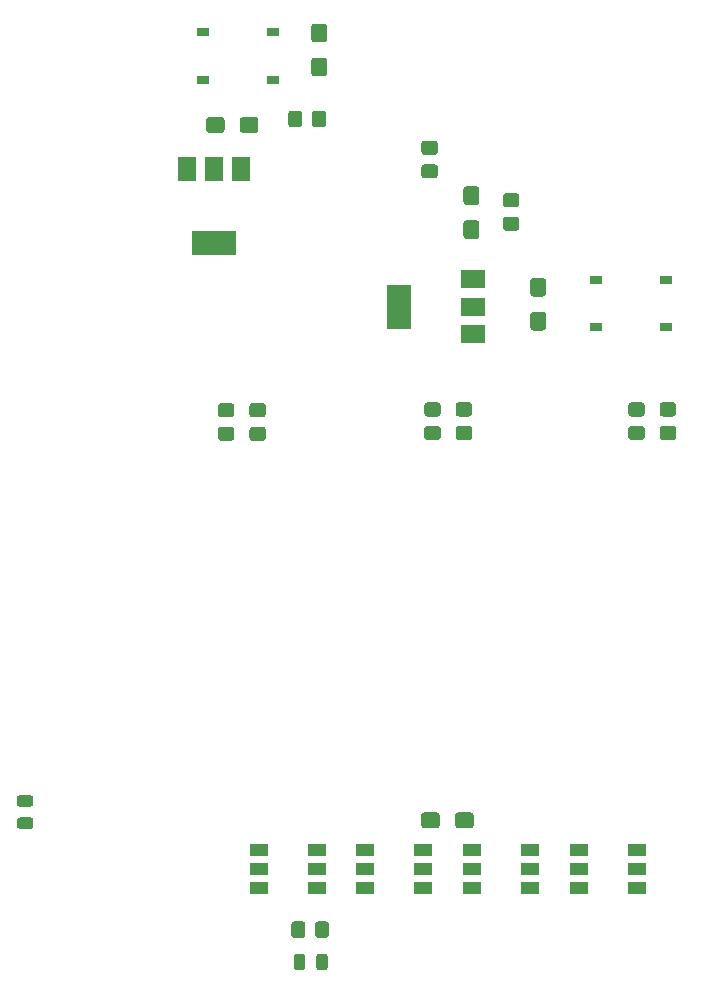
<source format=gbr>
%TF.GenerationSoftware,KiCad,Pcbnew,5.1.9*%
%TF.CreationDate,2021-02-19T00:33:09+01:00*%
%TF.ProjectId,klingel,6b6c696e-6765-46c2-9e6b-696361645f70,rev?*%
%TF.SameCoordinates,Original*%
%TF.FileFunction,Paste,Top*%
%TF.FilePolarity,Positive*%
%FSLAX46Y46*%
G04 Gerber Fmt 4.6, Leading zero omitted, Abs format (unit mm)*
G04 Created by KiCad (PCBNEW 5.1.9) date 2021-02-19 00:33:09*
%MOMM*%
%LPD*%
G01*
G04 APERTURE LIST*
%ADD10R,1.500000X2.000000*%
%ADD11R,3.800000X2.000000*%
%ADD12R,2.000000X1.500000*%
%ADD13R,2.000000X3.800000*%
%ADD14R,1.500000X1.000000*%
%ADD15R,1.000000X0.700000*%
G04 APERTURE END LIST*
%TO.C,R12*%
G36*
G01*
X98049999Y-63650000D02*
X98950001Y-63650000D01*
G75*
G02*
X99200000Y-63899999I0J-249999D01*
G01*
X99200000Y-64600001D01*
G75*
G02*
X98950001Y-64850000I-249999J0D01*
G01*
X98049999Y-64850000D01*
G75*
G02*
X97800000Y-64600001I0J249999D01*
G01*
X97800000Y-63899999D01*
G75*
G02*
X98049999Y-63650000I249999J0D01*
G01*
G37*
G36*
G01*
X98049999Y-61650000D02*
X98950001Y-61650000D01*
G75*
G02*
X99200000Y-61899999I0J-249999D01*
G01*
X99200000Y-62600001D01*
G75*
G02*
X98950001Y-62850000I-249999J0D01*
G01*
X98049999Y-62850000D01*
G75*
G02*
X97800000Y-62600001I0J249999D01*
G01*
X97800000Y-61899999D01*
G75*
G02*
X98049999Y-61650000I249999J0D01*
G01*
G37*
%TD*%
%TO.C,D11*%
G36*
G01*
X64706250Y-118050000D02*
X63793750Y-118050000D01*
G75*
G02*
X63550000Y-117806250I0J243750D01*
G01*
X63550000Y-117318750D01*
G75*
G02*
X63793750Y-117075000I243750J0D01*
G01*
X64706250Y-117075000D01*
G75*
G02*
X64950000Y-117318750I0J-243750D01*
G01*
X64950000Y-117806250D01*
G75*
G02*
X64706250Y-118050000I-243750J0D01*
G01*
G37*
G36*
G01*
X64706250Y-119925000D02*
X63793750Y-119925000D01*
G75*
G02*
X63550000Y-119681250I0J243750D01*
G01*
X63550000Y-119193750D01*
G75*
G02*
X63793750Y-118950000I243750J0D01*
G01*
X64706250Y-118950000D01*
G75*
G02*
X64950000Y-119193750I0J-243750D01*
G01*
X64950000Y-119681250D01*
G75*
G02*
X64706250Y-119925000I-243750J0D01*
G01*
G37*
%TD*%
%TO.C,C5*%
G36*
G01*
X99362500Y-118764499D02*
X99362500Y-119614501D01*
G75*
G02*
X99112501Y-119864500I-249999J0D01*
G01*
X98037499Y-119864500D01*
G75*
G02*
X97787500Y-119614501I0J249999D01*
G01*
X97787500Y-118764499D01*
G75*
G02*
X98037499Y-118514500I249999J0D01*
G01*
X99112501Y-118514500D01*
G75*
G02*
X99362500Y-118764499I0J-249999D01*
G01*
G37*
G36*
G01*
X102237500Y-118764499D02*
X102237500Y-119614501D01*
G75*
G02*
X101987501Y-119864500I-249999J0D01*
G01*
X100912499Y-119864500D01*
G75*
G02*
X100662500Y-119614501I0J249999D01*
G01*
X100662500Y-118764499D01*
G75*
G02*
X100912499Y-118514500I249999J0D01*
G01*
X101987501Y-118514500D01*
G75*
G02*
X102237500Y-118764499I0J-249999D01*
G01*
G37*
%TD*%
%TO.C,C4*%
G36*
G01*
X82438000Y-60750001D02*
X82438000Y-59899999D01*
G75*
G02*
X82687999Y-59650000I249999J0D01*
G01*
X83763001Y-59650000D01*
G75*
G02*
X84013000Y-59899999I0J-249999D01*
G01*
X84013000Y-60750001D01*
G75*
G02*
X83763001Y-61000000I-249999J0D01*
G01*
X82687999Y-61000000D01*
G75*
G02*
X82438000Y-60750001I0J249999D01*
G01*
G37*
G36*
G01*
X79563000Y-60750001D02*
X79563000Y-59899999D01*
G75*
G02*
X79812999Y-59650000I249999J0D01*
G01*
X80888001Y-59650000D01*
G75*
G02*
X81138000Y-59899999I0J-249999D01*
G01*
X81138000Y-60750001D01*
G75*
G02*
X80888001Y-61000000I-249999J0D01*
G01*
X79812999Y-61000000D01*
G75*
G02*
X79563000Y-60750001I0J249999D01*
G01*
G37*
%TD*%
%TO.C,C3*%
G36*
G01*
X102469501Y-67104500D02*
X101619499Y-67104500D01*
G75*
G02*
X101369500Y-66854501I0J249999D01*
G01*
X101369500Y-65779499D01*
G75*
G02*
X101619499Y-65529500I249999J0D01*
G01*
X102469501Y-65529500D01*
G75*
G02*
X102719500Y-65779499I0J-249999D01*
G01*
X102719500Y-66854501D01*
G75*
G02*
X102469501Y-67104500I-249999J0D01*
G01*
G37*
G36*
G01*
X102469501Y-69979500D02*
X101619499Y-69979500D01*
G75*
G02*
X101369500Y-69729501I0J249999D01*
G01*
X101369500Y-68654499D01*
G75*
G02*
X101619499Y-68404500I249999J0D01*
G01*
X102469501Y-68404500D01*
G75*
G02*
X102719500Y-68654499I0J-249999D01*
G01*
X102719500Y-69729501D01*
G75*
G02*
X102469501Y-69979500I-249999J0D01*
G01*
G37*
%TD*%
%TO.C,C2*%
G36*
G01*
X89579001Y-53325000D02*
X88728999Y-53325000D01*
G75*
G02*
X88479000Y-53075001I0J249999D01*
G01*
X88479000Y-51999999D01*
G75*
G02*
X88728999Y-51750000I249999J0D01*
G01*
X89579001Y-51750000D01*
G75*
G02*
X89829000Y-51999999I0J-249999D01*
G01*
X89829000Y-53075001D01*
G75*
G02*
X89579001Y-53325000I-249999J0D01*
G01*
G37*
G36*
G01*
X89579001Y-56200000D02*
X88728999Y-56200000D01*
G75*
G02*
X88479000Y-55950001I0J249999D01*
G01*
X88479000Y-54874999D01*
G75*
G02*
X88728999Y-54625000I249999J0D01*
G01*
X89579001Y-54625000D01*
G75*
G02*
X89829000Y-54874999I0J-249999D01*
G01*
X89829000Y-55950001D01*
G75*
G02*
X89579001Y-56200000I-249999J0D01*
G01*
G37*
%TD*%
%TO.C,C1*%
G36*
G01*
X107270999Y-76151500D02*
X108121001Y-76151500D01*
G75*
G02*
X108371000Y-76401499I0J-249999D01*
G01*
X108371000Y-77476501D01*
G75*
G02*
X108121001Y-77726500I-249999J0D01*
G01*
X107270999Y-77726500D01*
G75*
G02*
X107021000Y-77476501I0J249999D01*
G01*
X107021000Y-76401499D01*
G75*
G02*
X107270999Y-76151500I249999J0D01*
G01*
G37*
G36*
G01*
X107270999Y-73276500D02*
X108121001Y-73276500D01*
G75*
G02*
X108371000Y-73526499I0J-249999D01*
G01*
X108371000Y-74601501D01*
G75*
G02*
X108121001Y-74851500I-249999J0D01*
G01*
X107270999Y-74851500D01*
G75*
G02*
X107021000Y-74601501I0J249999D01*
G01*
X107021000Y-73526499D01*
G75*
G02*
X107270999Y-73276500I249999J0D01*
G01*
G37*
%TD*%
D10*
%TO.C,U2*%
X82564000Y-64033000D03*
X77964000Y-64033000D03*
X80264000Y-64033000D03*
D11*
X80264000Y-70333000D03*
%TD*%
D12*
%TO.C,U1*%
X102210000Y-77992000D03*
X102210000Y-73392000D03*
X102210000Y-75692000D03*
D13*
X95910000Y-75692000D03*
%TD*%
%TO.C,R9*%
G36*
G01*
X87992000Y-128010499D02*
X87992000Y-128910501D01*
G75*
G02*
X87742001Y-129160500I-249999J0D01*
G01*
X87041999Y-129160500D01*
G75*
G02*
X86792000Y-128910501I0J249999D01*
G01*
X86792000Y-128010499D01*
G75*
G02*
X87041999Y-127760500I249999J0D01*
G01*
X87742001Y-127760500D01*
G75*
G02*
X87992000Y-128010499I0J-249999D01*
G01*
G37*
G36*
G01*
X89992000Y-128010499D02*
X89992000Y-128910501D01*
G75*
G02*
X89742001Y-129160500I-249999J0D01*
G01*
X89041999Y-129160500D01*
G75*
G02*
X88792000Y-128910501I0J249999D01*
G01*
X88792000Y-128010499D01*
G75*
G02*
X89041999Y-127760500I249999J0D01*
G01*
X89742001Y-127760500D01*
G75*
G02*
X89992000Y-128010499I0J-249999D01*
G01*
G37*
%TD*%
%TO.C,R8*%
G36*
G01*
X83496999Y-85871000D02*
X84397001Y-85871000D01*
G75*
G02*
X84647000Y-86120999I0J-249999D01*
G01*
X84647000Y-86821001D01*
G75*
G02*
X84397001Y-87071000I-249999J0D01*
G01*
X83496999Y-87071000D01*
G75*
G02*
X83247000Y-86821001I0J249999D01*
G01*
X83247000Y-86120999D01*
G75*
G02*
X83496999Y-85871000I249999J0D01*
G01*
G37*
G36*
G01*
X83496999Y-83871000D02*
X84397001Y-83871000D01*
G75*
G02*
X84647000Y-84120999I0J-249999D01*
G01*
X84647000Y-84821001D01*
G75*
G02*
X84397001Y-85071000I-249999J0D01*
G01*
X83496999Y-85071000D01*
G75*
G02*
X83247000Y-84821001I0J249999D01*
G01*
X83247000Y-84120999D01*
G75*
G02*
X83496999Y-83871000I249999J0D01*
G01*
G37*
%TD*%
%TO.C,R7*%
G36*
G01*
X99192501Y-85007500D02*
X98292499Y-85007500D01*
G75*
G02*
X98042500Y-84757501I0J249999D01*
G01*
X98042500Y-84057499D01*
G75*
G02*
X98292499Y-83807500I249999J0D01*
G01*
X99192501Y-83807500D01*
G75*
G02*
X99442500Y-84057499I0J-249999D01*
G01*
X99442500Y-84757501D01*
G75*
G02*
X99192501Y-85007500I-249999J0D01*
G01*
G37*
G36*
G01*
X99192501Y-87007500D02*
X98292499Y-87007500D01*
G75*
G02*
X98042500Y-86757501I0J249999D01*
G01*
X98042500Y-86057499D01*
G75*
G02*
X98292499Y-85807500I249999J0D01*
G01*
X99192501Y-85807500D01*
G75*
G02*
X99442500Y-86057499I0J-249999D01*
G01*
X99442500Y-86757501D01*
G75*
G02*
X99192501Y-87007500I-249999J0D01*
G01*
G37*
%TD*%
%TO.C,R6*%
G36*
G01*
X88538000Y-60267001D02*
X88538000Y-59366999D01*
G75*
G02*
X88787999Y-59117000I249999J0D01*
G01*
X89488001Y-59117000D01*
G75*
G02*
X89738000Y-59366999I0J-249999D01*
G01*
X89738000Y-60267001D01*
G75*
G02*
X89488001Y-60517000I-249999J0D01*
G01*
X88787999Y-60517000D01*
G75*
G02*
X88538000Y-60267001I0J249999D01*
G01*
G37*
G36*
G01*
X86538000Y-60267001D02*
X86538000Y-59366999D01*
G75*
G02*
X86787999Y-59117000I249999J0D01*
G01*
X87488001Y-59117000D01*
G75*
G02*
X87738000Y-59366999I0J-249999D01*
G01*
X87738000Y-60267001D01*
G75*
G02*
X87488001Y-60517000I-249999J0D01*
G01*
X86787999Y-60517000D01*
G75*
G02*
X86538000Y-60267001I0J249999D01*
G01*
G37*
%TD*%
%TO.C,R5*%
G36*
G01*
X104959999Y-68091000D02*
X105860001Y-68091000D01*
G75*
G02*
X106110000Y-68340999I0J-249999D01*
G01*
X106110000Y-69041001D01*
G75*
G02*
X105860001Y-69291000I-249999J0D01*
G01*
X104959999Y-69291000D01*
G75*
G02*
X104710000Y-69041001I0J249999D01*
G01*
X104710000Y-68340999D01*
G75*
G02*
X104959999Y-68091000I249999J0D01*
G01*
G37*
G36*
G01*
X104959999Y-66091000D02*
X105860001Y-66091000D01*
G75*
G02*
X106110000Y-66340999I0J-249999D01*
G01*
X106110000Y-67041001D01*
G75*
G02*
X105860001Y-67291000I-249999J0D01*
G01*
X104959999Y-67291000D01*
G75*
G02*
X104710000Y-67041001I0J249999D01*
G01*
X104710000Y-66340999D01*
G75*
G02*
X104959999Y-66091000I249999J0D01*
G01*
G37*
%TD*%
%TO.C,R4*%
G36*
G01*
X116464501Y-85007500D02*
X115564499Y-85007500D01*
G75*
G02*
X115314500Y-84757501I0J249999D01*
G01*
X115314500Y-84057499D01*
G75*
G02*
X115564499Y-83807500I249999J0D01*
G01*
X116464501Y-83807500D01*
G75*
G02*
X116714500Y-84057499I0J-249999D01*
G01*
X116714500Y-84757501D01*
G75*
G02*
X116464501Y-85007500I-249999J0D01*
G01*
G37*
G36*
G01*
X116464501Y-87007500D02*
X115564499Y-87007500D01*
G75*
G02*
X115314500Y-86757501I0J249999D01*
G01*
X115314500Y-86057499D01*
G75*
G02*
X115564499Y-85807500I249999J0D01*
G01*
X116464501Y-85807500D01*
G75*
G02*
X116714500Y-86057499I0J-249999D01*
G01*
X116714500Y-86757501D01*
G75*
G02*
X116464501Y-87007500I-249999J0D01*
G01*
G37*
%TD*%
%TO.C,R3*%
G36*
G01*
X101859501Y-85007500D02*
X100959499Y-85007500D01*
G75*
G02*
X100709500Y-84757501I0J249999D01*
G01*
X100709500Y-84057499D01*
G75*
G02*
X100959499Y-83807500I249999J0D01*
G01*
X101859501Y-83807500D01*
G75*
G02*
X102109500Y-84057499I0J-249999D01*
G01*
X102109500Y-84757501D01*
G75*
G02*
X101859501Y-85007500I-249999J0D01*
G01*
G37*
G36*
G01*
X101859501Y-87007500D02*
X100959499Y-87007500D01*
G75*
G02*
X100709500Y-86757501I0J249999D01*
G01*
X100709500Y-86057499D01*
G75*
G02*
X100959499Y-85807500I249999J0D01*
G01*
X101859501Y-85807500D01*
G75*
G02*
X102109500Y-86057499I0J-249999D01*
G01*
X102109500Y-86757501D01*
G75*
G02*
X101859501Y-87007500I-249999J0D01*
G01*
G37*
%TD*%
%TO.C,R2*%
G36*
G01*
X118231499Y-85807500D02*
X119131501Y-85807500D01*
G75*
G02*
X119381500Y-86057499I0J-249999D01*
G01*
X119381500Y-86757501D01*
G75*
G02*
X119131501Y-87007500I-249999J0D01*
G01*
X118231499Y-87007500D01*
G75*
G02*
X117981500Y-86757501I0J249999D01*
G01*
X117981500Y-86057499D01*
G75*
G02*
X118231499Y-85807500I249999J0D01*
G01*
G37*
G36*
G01*
X118231499Y-83807500D02*
X119131501Y-83807500D01*
G75*
G02*
X119381500Y-84057499I0J-249999D01*
G01*
X119381500Y-84757501D01*
G75*
G02*
X119131501Y-85007500I-249999J0D01*
G01*
X118231499Y-85007500D01*
G75*
G02*
X117981500Y-84757501I0J249999D01*
G01*
X117981500Y-84057499D01*
G75*
G02*
X118231499Y-83807500I249999J0D01*
G01*
G37*
%TD*%
%TO.C,R1*%
G36*
G01*
X81730001Y-85071000D02*
X80829999Y-85071000D01*
G75*
G02*
X80580000Y-84821001I0J249999D01*
G01*
X80580000Y-84120999D01*
G75*
G02*
X80829999Y-83871000I249999J0D01*
G01*
X81730001Y-83871000D01*
G75*
G02*
X81980000Y-84120999I0J-249999D01*
G01*
X81980000Y-84821001D01*
G75*
G02*
X81730001Y-85071000I-249999J0D01*
G01*
G37*
G36*
G01*
X81730001Y-87071000D02*
X80829999Y-87071000D01*
G75*
G02*
X80580000Y-86821001I0J249999D01*
G01*
X80580000Y-86120999D01*
G75*
G02*
X80829999Y-85871000I249999J0D01*
G01*
X81730001Y-85871000D01*
G75*
G02*
X81980000Y-86120999I0J-249999D01*
G01*
X81980000Y-86821001D01*
G75*
G02*
X81730001Y-87071000I-249999J0D01*
G01*
G37*
%TD*%
D14*
%TO.C,D10*%
X111151500Y-121717000D03*
X111151500Y-123317000D03*
X111151500Y-124917000D03*
X116051500Y-121717000D03*
X116051500Y-123317000D03*
X116051500Y-124917000D03*
%TD*%
%TO.C,D9*%
X102071000Y-121717000D03*
X102071000Y-123317000D03*
X102071000Y-124917000D03*
X106971000Y-121717000D03*
X106971000Y-123317000D03*
X106971000Y-124917000D03*
%TD*%
%TO.C,D8*%
X93054000Y-121717000D03*
X93054000Y-123317000D03*
X93054000Y-124917000D03*
X97954000Y-121717000D03*
X97954000Y-123317000D03*
X97954000Y-124917000D03*
%TD*%
%TO.C,D7*%
X84037000Y-121717000D03*
X84037000Y-123317000D03*
X84037000Y-124917000D03*
X88937000Y-121717000D03*
X88937000Y-123317000D03*
X88937000Y-124917000D03*
%TD*%
%TO.C,D5*%
G36*
G01*
X88893000Y-131647250D02*
X88893000Y-130734750D01*
G75*
G02*
X89136750Y-130491000I243750J0D01*
G01*
X89624250Y-130491000D01*
G75*
G02*
X89868000Y-130734750I0J-243750D01*
G01*
X89868000Y-131647250D01*
G75*
G02*
X89624250Y-131891000I-243750J0D01*
G01*
X89136750Y-131891000D01*
G75*
G02*
X88893000Y-131647250I0J243750D01*
G01*
G37*
G36*
G01*
X87018000Y-131647250D02*
X87018000Y-130734750D01*
G75*
G02*
X87261750Y-130491000I243750J0D01*
G01*
X87749250Y-130491000D01*
G75*
G02*
X87993000Y-130734750I0J-243750D01*
G01*
X87993000Y-131647250D01*
G75*
G02*
X87749250Y-131891000I-243750J0D01*
G01*
X87261750Y-131891000D01*
G75*
G02*
X87018000Y-131647250I0J243750D01*
G01*
G37*
%TD*%
D15*
%TO.C,D4*%
X79321000Y-56483000D03*
X79321000Y-52483000D03*
X85271000Y-52483000D03*
X85271000Y-56483000D03*
%TD*%
%TO.C,D3*%
X118545000Y-73438000D03*
X118545000Y-77438000D03*
X112595000Y-77438000D03*
X112595000Y-73438000D03*
%TD*%
M02*

</source>
